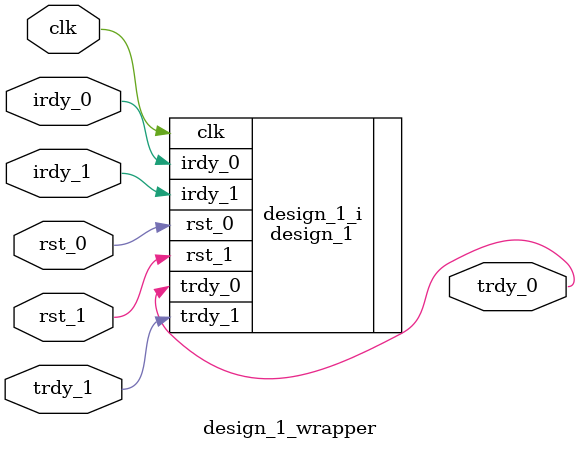
<source format=v>
`timescale 1 ps / 1 ps

module design_1_wrapper
   (clk,
    irdy_0,
    irdy_1,
    rst_0,
    rst_1,
    trdy_0,
    trdy_1);
    
  input clk;
  input irdy_0;
  inout irdy_1;
  input rst_0;
  input rst_1;
  output trdy_0;
  inout trdy_1;

  wire clk;
  wire irdy_0;
  wire irdy_1;
  wire rst_0;
  wire rst_1;
  wire trdy_0;
  wire trdy_1;

  design_1 design_1_i
       (.clk(clk),
        .irdy_0(irdy_0),
        .irdy_1(irdy_1),
        .rst_0(rst_0),
        .rst_1(rst_1),
        .trdy_0(trdy_0),
        .trdy_1(trdy_1));
endmodule

</source>
